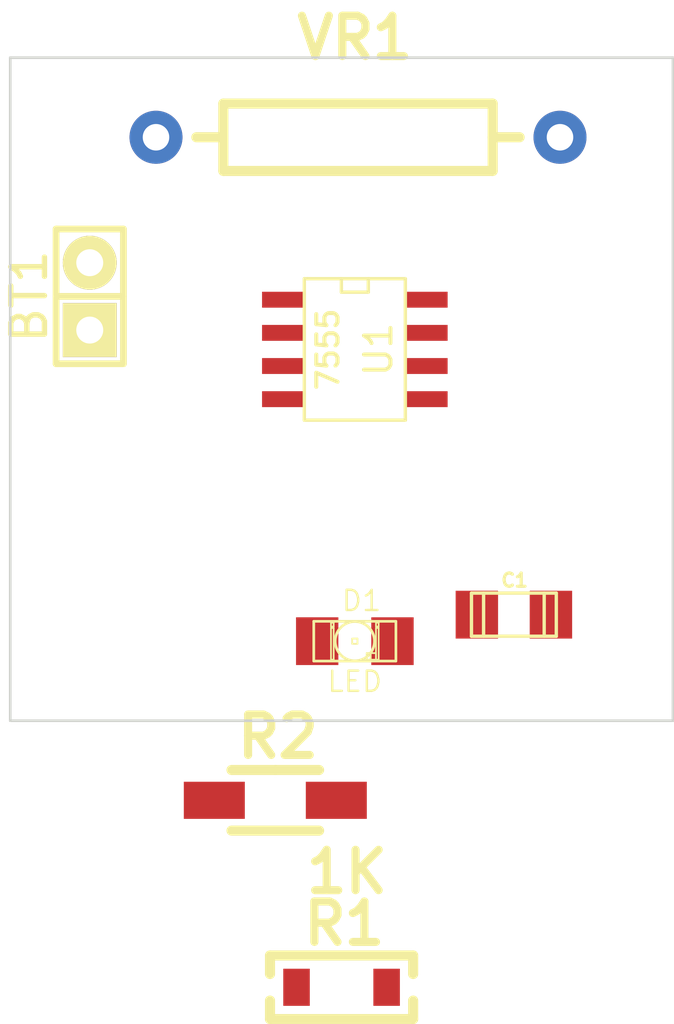
<source format=kicad_pcb>
(kicad_pcb (version 3) (host pcbnew "(2014-01-22 BZR 4631)-product")

  (general
    (links 13)
    (no_connects 13)
    (area 129.949999 84.949999 155.050001 110.050001)
    (thickness 1.6)
    (drawings 4)
    (tracks 0)
    (zones 0)
    (modules 7)
    (nets 8)
  )

  (page A4)
  (layers
    (15 F.Cu signal)
    (0 B.Cu signal hide)
    (16 B.Adhes user)
    (17 F.Adhes user)
    (18 B.Paste user)
    (19 F.Paste user)
    (20 B.SilkS user)
    (21 F.SilkS user)
    (22 B.Mask user)
    (23 F.Mask user)
    (24 Dwgs.User user)
    (25 Cmts.User user)
    (26 Eco1.User user)
    (27 Eco2.User user)
    (28 Edge.Cuts user)
  )

  (setup
    (last_trace_width 0.254)
    (trace_clearance 0.254)
    (zone_clearance 0.508)
    (zone_45_only no)
    (trace_min 0.254)
    (segment_width 0.2)
    (edge_width 0.1)
    (via_size 0.889)
    (via_drill 0.635)
    (via_min_size 0.889)
    (via_min_drill 0.508)
    (uvia_size 0.508)
    (uvia_drill 0.127)
    (uvias_allowed no)
    (uvia_min_size 0.508)
    (uvia_min_drill 0.127)
    (pcb_text_width 0.3)
    (pcb_text_size 1.5 1.5)
    (mod_edge_width 0.15)
    (mod_text_size 1 1)
    (mod_text_width 0.15)
    (pad_size 1.5 1.5)
    (pad_drill 0.6)
    (pad_to_mask_clearance 0)
    (aux_axis_origin 0 0)
    (visible_elements FFFFFF7F)
    (pcbplotparams
      (layerselection 3178497)
      (usegerberextensions true)
      (excludeedgelayer true)
      (linewidth 0.150000)
      (plotframeref false)
      (viasonmask false)
      (mode 1)
      (useauxorigin false)
      (hpglpennumber 1)
      (hpglpenspeed 20)
      (hpglpendiameter 15)
      (hpglpenoverlay 2)
      (psnegative false)
      (psa4output false)
      (plotreference true)
      (plotvalue true)
      (plotothertext true)
      (plotinvisibletext false)
      (padsonsilk false)
      (subtractmaskfromsilk false)
      (outputformat 1)
      (mirror false)
      (drillshape 1)
      (scaleselection 1)
      (outputdirectory ""))
  )

  (net 0 "")
  (net 1 GND)
  (net 2 "Net-(C1-Pad1)")
  (net 3 "Net-(D1-Pad1)")
  (net 4 "Net-(R1-Pad1)")
  (net 5 "Net-(R2-Pad1)")
  (net 6 "Net-(U1-Pad5)")
  (net 7 VCC)

  (net_class Default "This is the default net class."
    (clearance 0.254)
    (trace_width 0.254)
    (via_dia 0.889)
    (via_drill 0.635)
    (uvia_dia 0.508)
    (uvia_drill 0.127)
    (add_net "")
    (add_net GND)
    (add_net "Net-(C1-Pad1)")
    (add_net "Net-(D1-Pad1)")
    (add_net "Net-(R1-Pad1)")
    (add_net "Net-(R2-Pad1)")
    (add_net "Net-(U1-Pad5)")
    (add_net VCC)
  )

  (module Pin_Headers:Pin_Header_Straight_1x02 (layer F.Cu) (tedit 52E2D3C2) (tstamp 52E2D3D5)
    (at 133 94 90)
    (descr "1 pin")
    (tags "CONN DEV")
    (path /52E2CCD4)
    (fp_text reference BT1 (at 0 -2.286 90) (layer F.SilkS)
      (effects (font (size 1.27 1.27) (thickness 0.2032)))
    )
    (fp_text value CR2032 (at 0 0 90) (layer F.SilkS) hide
      (effects (font (size 1.27 1.27) (thickness 0.2032)))
    )
    (fp_line (start 0 -1.27) (end 0 1.27) (layer F.SilkS) (width 0.254))
    (fp_line (start -2.54 -1.27) (end -2.54 1.27) (layer F.SilkS) (width 0.254))
    (fp_line (start -2.54 1.27) (end 0 1.27) (layer F.SilkS) (width 0.254))
    (fp_line (start 0 1.27) (end 2.54 1.27) (layer F.SilkS) (width 0.254))
    (fp_line (start 2.54 1.27) (end 2.54 -1.27) (layer F.SilkS) (width 0.254))
    (fp_line (start 2.54 -1.27) (end -2.54 -1.27) (layer F.SilkS) (width 0.254))
    (pad 1 thru_hole rect (at -1.27 0 90) (size 2.032 2.032) (drill 1.016) (layers *.Cu *.Mask F.SilkS)
      (net 7 VCC))
    (pad 2 thru_hole oval (at 1.27 0 90) (size 2.032 2.032) (drill 1.016) (layers *.Cu *.Mask F.SilkS)
      (net 1 GND))
    (model Pin_Headers/Pin_Header_Straight_1x02.wrl
      (at (xyz 0 0 0))
      (scale (xyz 1 1 1))
      (rotate (xyz 0 0 0))
    )
  )

  (module Capacitors_SMD:c_1206 (layer F.Cu) (tedit 52E2D3C3) (tstamp 52E2D3E1)
    (at 149 106)
    (descr "SMT capacitor, 1206")
    (path /52E2C1CE)
    (fp_text reference C1 (at 0.0254 -1.2954) (layer F.SilkS)
      (effects (font (size 0.50038 0.50038) (thickness 0.11938)))
    )
    (fp_text value 1uF (at 0 1.27) (layer F.SilkS) hide
      (effects (font (size 0.50038 0.50038) (thickness 0.11938)))
    )
    (fp_line (start 1.143 0.8128) (end 1.143 -0.8128) (layer F.SilkS) (width 0.127))
    (fp_line (start -1.143 -0.8128) (end -1.143 0.8128) (layer F.SilkS) (width 0.127))
    (fp_line (start -1.6002 -0.8128) (end -1.6002 0.8128) (layer F.SilkS) (width 0.127))
    (fp_line (start -1.6002 0.8128) (end 1.6002 0.8128) (layer F.SilkS) (width 0.127))
    (fp_line (start 1.6002 0.8128) (end 1.6002 -0.8128) (layer F.SilkS) (width 0.127))
    (fp_line (start 1.6002 -0.8128) (end -1.6002 -0.8128) (layer F.SilkS) (width 0.127))
    (pad 1 smd rect (at 1.397 0) (size 1.6002 1.8034) (layers F.Cu F.Paste F.Mask)
      (net 2 "Net-(C1-Pad1)"))
    (pad 2 smd rect (at -1.397 0) (size 1.6002 1.8034) (layers F.Cu F.Paste F.Mask)
      (net 1 GND))
    (model smd/capacitors/c_1206.wrl
      (at (xyz 0 0 0))
      (scale (xyz 1 1 1))
      (rotate (xyz 0 0 0))
    )
  )

  (module LEDs:LED-1206 (layer F.Cu) (tedit 52E2D3C2) (tstamp 52E2D40B)
    (at 143 107)
    (descr "LED 1206 smd package")
    (tags "LED1206 SMD")
    (path /52E2C1F6)
    (attr smd)
    (fp_text reference D1 (at 0.254 -1.524) (layer F.SilkS)
      (effects (font (size 0.762 0.762) (thickness 0.0889)))
    )
    (fp_text value LED (at 0 1.524) (layer F.SilkS)
      (effects (font (size 0.762 0.762) (thickness 0.0889)))
    )
    (fp_line (start -0.09906 0.09906) (end 0.09906 0.09906) (layer F.SilkS) (width 0.06604))
    (fp_line (start 0.09906 0.09906) (end 0.09906 -0.09906) (layer F.SilkS) (width 0.06604))
    (fp_line (start -0.09906 -0.09906) (end 0.09906 -0.09906) (layer F.SilkS) (width 0.06604))
    (fp_line (start -0.09906 0.09906) (end -0.09906 -0.09906) (layer F.SilkS) (width 0.06604))
    (fp_line (start 0.44958 0.6985) (end 0.79756 0.6985) (layer F.SilkS) (width 0.06604))
    (fp_line (start 0.79756 0.6985) (end 0.79756 0.44958) (layer F.SilkS) (width 0.06604))
    (fp_line (start 0.44958 0.44958) (end 0.79756 0.44958) (layer F.SilkS) (width 0.06604))
    (fp_line (start 0.44958 0.6985) (end 0.44958 0.44958) (layer F.SilkS) (width 0.06604))
    (fp_line (start 0.79756 0.6985) (end 0.89916 0.6985) (layer F.SilkS) (width 0.06604))
    (fp_line (start 0.89916 0.6985) (end 0.89916 -0.49784) (layer F.SilkS) (width 0.06604))
    (fp_line (start 0.79756 -0.49784) (end 0.89916 -0.49784) (layer F.SilkS) (width 0.06604))
    (fp_line (start 0.79756 0.6985) (end 0.79756 -0.49784) (layer F.SilkS) (width 0.06604))
    (fp_line (start 0.79756 -0.54864) (end 0.89916 -0.54864) (layer F.SilkS) (width 0.06604))
    (fp_line (start 0.89916 -0.54864) (end 0.89916 -0.6985) (layer F.SilkS) (width 0.06604))
    (fp_line (start 0.79756 -0.6985) (end 0.89916 -0.6985) (layer F.SilkS) (width 0.06604))
    (fp_line (start 0.79756 -0.54864) (end 0.79756 -0.6985) (layer F.SilkS) (width 0.06604))
    (fp_line (start -0.89916 0.6985) (end -0.79756 0.6985) (layer F.SilkS) (width 0.06604))
    (fp_line (start -0.79756 0.6985) (end -0.79756 -0.49784) (layer F.SilkS) (width 0.06604))
    (fp_line (start -0.89916 -0.49784) (end -0.79756 -0.49784) (layer F.SilkS) (width 0.06604))
    (fp_line (start -0.89916 0.6985) (end -0.89916 -0.49784) (layer F.SilkS) (width 0.06604))
    (fp_line (start -0.89916 -0.54864) (end -0.79756 -0.54864) (layer F.SilkS) (width 0.06604))
    (fp_line (start -0.79756 -0.54864) (end -0.79756 -0.6985) (layer F.SilkS) (width 0.06604))
    (fp_line (start -0.89916 -0.6985) (end -0.79756 -0.6985) (layer F.SilkS) (width 0.06604))
    (fp_line (start -0.89916 -0.54864) (end -0.89916 -0.6985) (layer F.SilkS) (width 0.06604))
    (fp_line (start 0.44958 0.6985) (end 0.59944 0.6985) (layer F.SilkS) (width 0.06604))
    (fp_line (start 0.59944 0.6985) (end 0.59944 0.44958) (layer F.SilkS) (width 0.06604))
    (fp_line (start 0.44958 0.44958) (end 0.59944 0.44958) (layer F.SilkS) (width 0.06604))
    (fp_line (start 0.44958 0.6985) (end 0.44958 0.44958) (layer F.SilkS) (width 0.06604))
    (fp_line (start 1.5494 0.7493) (end -1.5494 0.7493) (layer F.SilkS) (width 0.1016))
    (fp_line (start -1.5494 0.7493) (end -1.5494 -0.7493) (layer F.SilkS) (width 0.1016))
    (fp_line (start -1.5494 -0.7493) (end 1.5494 -0.7493) (layer F.SilkS) (width 0.1016))
    (fp_line (start 1.5494 -0.7493) (end 1.5494 0.7493) (layer F.SilkS) (width 0.1016))
    (fp_arc (start 0 0) (end 0.54864 0.49784) (angle 95.4) (layer F.SilkS) (width 0.1016))
    (fp_arc (start 0 0) (end -0.54864 0.49784) (angle 84.5) (layer F.SilkS) (width 0.1016))
    (fp_arc (start 0 0) (end -0.54864 -0.49784) (angle 95.4) (layer F.SilkS) (width 0.1016))
    (fp_arc (start 0 0) (end 0.54864 -0.49784) (angle 84.5) (layer F.SilkS) (width 0.1016))
    (pad 1 smd rect (at -1.41986 0) (size 1.59766 1.80086) (layers F.Cu F.Paste F.Mask)
      (net 3 "Net-(D1-Pad1)"))
    (pad 2 smd rect (at 1.41986 0) (size 1.59766 1.80086) (layers F.Cu F.Paste F.Mask)
      (net 1 GND))
  )

  (module SOIC_Packages:SOIC-8_N (layer F.Cu) (tedit 52E2D3BE) (tstamp 52E2D5EF)
    (at 143 96 270)
    (descr "module CMS SOJ 8 pins etroit")
    (tags "CMS SOJ")
    (path /52E2CAB2)
    (attr smd)
    (fp_text reference U1 (at 0 -0.889 270) (layer F.SilkS)
      (effects (font (size 1 1) (thickness 0.15)))
    )
    (fp_text value 7555 (at 0 1.016 270) (layer F.SilkS)
      (effects (font (size 0.8 0.8) (thickness 0.15)))
    )
    (fp_line (start -2.667 1.778) (end -2.667 1.905) (layer F.SilkS) (width 0.127))
    (fp_line (start -2.667 1.905) (end 2.667 1.905) (layer F.SilkS) (width 0.127))
    (fp_line (start 2.667 -1.905) (end -2.667 -1.905) (layer F.SilkS) (width 0.127))
    (fp_line (start -2.667 -1.905) (end -2.667 1.778) (layer F.SilkS) (width 0.127))
    (fp_line (start -2.667 -0.508) (end -2.159 -0.508) (layer F.SilkS) (width 0.127))
    (fp_line (start -2.159 -0.508) (end -2.159 0.508) (layer F.SilkS) (width 0.127))
    (fp_line (start -2.159 0.508) (end -2.667 0.508) (layer F.SilkS) (width 0.127))
    (fp_line (start 2.667 -1.905) (end 2.667 1.905) (layer F.SilkS) (width 0.127))
    (pad 8 smd rect (at -1.875 -2.7 270) (size 0.6 1.6) (layers F.Cu F.Paste F.Mask)
      (net 7 VCC))
    (pad 1 smd rect (at -1.875 2.7 270) (size 0.6 1.6) (layers F.Cu F.Paste F.Mask)
      (net 1 GND))
    (pad 7 smd rect (at -0.625 -2.7 270) (size 0.6 1.6) (layers F.Cu F.Paste F.Mask)
      (net 4 "Net-(R1-Pad1)"))
    (pad 6 smd rect (at 0.625 -2.7 270) (size 0.6 1.6) (layers F.Cu F.Paste F.Mask)
      (net 2 "Net-(C1-Pad1)"))
    (pad 5 smd rect (at 1.875 -2.7 270) (size 0.6 1.6) (layers F.Cu F.Paste F.Mask)
      (net 6 "Net-(U1-Pad5)"))
    (pad 2 smd rect (at -0.625 2.7 270) (size 0.6 1.6) (layers F.Cu F.Paste F.Mask)
      (net 2 "Net-(C1-Pad1)"))
    (pad 3 smd rect (at 0.625 2.7 270) (size 0.6 1.6) (layers F.Cu F.Paste F.Mask)
      (net 5 "Net-(R2-Pad1)"))
    (pad 4 smd rect (at 1.875 2.7 270) (size 0.6 1.6) (layers F.Cu F.Paste F.Mask)
      (net 7 VCC))
    (model smd/cms_so8.wrl
      (at (xyz 0 0 0))
      (scale (xyz 0.5 0.32 0.5))
      (rotate (xyz 0 0 0))
    )
  )

  (module Resistors_ThroughHole:Resistor_Horizontal_RM15mm_22Apr2011 (layer F.Cu) (tedit 52E2D3BF) (tstamp 52E2D441)
    (at 143 88)
    (descr "Resistor, Axial, RM 15mm,")
    (tags "Resistor, Axial, RM 15mm,")
    (path /52E2C232)
    (fp_text reference VR1 (at 0 -3.74904) (layer F.SilkS)
      (effects (font (thickness 0.3048)))
    )
    (fp_text value LDR (at 0 4.0005) (layer F.SilkS) hide
      (effects (font (size 1.50114 1.50114) (thickness 0.20066)))
    )
    (fp_line (start -4.96062 0) (end -5.97662 0) (layer F.SilkS) (width 0.381))
    (fp_line (start 5.19938 0) (end 6.21538 0) (layer F.SilkS) (width 0.381))
    (fp_line (start -4.96062 -1.27) (end 5.19938 -1.27) (layer F.SilkS) (width 0.381))
    (fp_line (start 5.19938 -1.27) (end 5.19938 1.27) (layer F.SilkS) (width 0.381))
    (fp_line (start 5.19938 1.27) (end -4.96062 1.27) (layer F.SilkS) (width 0.381))
    (fp_line (start -4.96062 1.27) (end -4.96062 -1.27) (layer F.SilkS) (width 0.381))
    (pad 1 thru_hole circle (at -7.50062 0) (size 1.99898 1.99898) (drill 1.00076) (layers *.Cu)
      (net 7 VCC))
    (pad 2 thru_hole circle (at 7.73938 0) (size 1.99898 1.99898) (drill 1.00076) (layers *.Cu)
      (net 4 "Net-(R1-Pad1)"))
  )

  (module Resistors_SMD:Resistor_SMD1206_ReflowWave_RevA_Date21Jun2010 (layer F.Cu) (tedit 52E2DE73) (tstamp 52E2DE9E)
    (at 142.5 120.050001)
    (descr "Resistor, SMD, 1206, Reflow, Wave,")
    (tags "Resistor, SMD, 1206, Reflow, Wave,")
    (path /52E2CACE)
    (attr smd)
    (fp_text reference R1 (at 0.09906 -2.4003) (layer F.SilkS)
      (effects (font (thickness 0.3048)))
    )
    (fp_text value 470K (at 2.70002 2.70002) (layer F.SilkS) hide
      (effects (font (thickness 0.3048)))
    )
    (fp_circle (center 0 0) (end 0.50038 0) (layer F.Adhes) (width 0.381))
    (fp_circle (center 0 0) (end 0.14986 0.0508) (layer F.Adhes) (width 0.381))
    (fp_line (start -2.70002 0.50038) (end -2.70002 1.19888) (layer F.SilkS) (width 0.381))
    (fp_line (start -2.70002 1.19888) (end 2.70002 1.19888) (layer F.SilkS) (width 0.381))
    (fp_line (start 2.70002 1.19888) (end 2.70002 0.50038) (layer F.SilkS) (width 0.381))
    (fp_line (start 2.70002 -0.50038) (end 2.70002 -1.19888) (layer F.SilkS) (width 0.381))
    (fp_line (start 2.70002 -1.19888) (end -2.70002 -1.19888) (layer F.SilkS) (width 0.381))
    (fp_line (start -2.70002 -1.19888) (end -2.70002 -0.50038) (layer F.SilkS) (width 0.381))
    (pad 1 smd rect (at -1.69926 0) (size 1.00076 1.39954) (layers F.Cu F.Paste F.Mask)
      (net 4 "Net-(R1-Pad1)"))
    (pad 2 smd rect (at 1.69926 0) (size 1.00076 1.39954) (layers F.Cu F.Paste F.Mask)
      (net 2 "Net-(C1-Pad1)"))
  )

  (module Resistors_SMD:Resistor_SMD1206_HandSoldering_RevA_Date21Jun2010 (layer F.Cu) (tedit 52E2DE73) (tstamp 52E2DEA9)
    (at 140 113)
    (descr "Resistor, SMD, 1206, HandSoldering,")
    (tags "Resistor, SMD, 1206, Hand soldering,")
    (path /52E2CAD9)
    (attr smd)
    (fp_text reference R2 (at 0.09906 -2.4003) (layer F.SilkS)
      (effects (font (thickness 0.3048)))
    )
    (fp_text value 1K (at 2.70002 2.70002) (layer F.SilkS)
      (effects (font (thickness 0.3048)))
    )
    (fp_circle (center 0 0) (end 0.50038 0.09906) (layer F.Adhes) (width 0.381))
    (fp_circle (center 0 0) (end 0.14986 0.0508) (layer F.Adhes) (width 0.381))
    (fp_line (start 1.651 1.143) (end -1.651 1.143) (layer F.SilkS) (width 0.381))
    (fp_line (start 0 -1.143) (end -1.651 -1.143) (layer F.SilkS) (width 0.381))
    (fp_line (start 0 -1.143) (end 1.651 -1.143) (layer F.SilkS) (width 0.381))
    (pad 1 smd rect (at -2.30124 0) (size 2.30124 1.39954) (layers F.Cu F.Paste F.Mask)
      (net 5 "Net-(R2-Pad1)"))
    (pad 2 smd rect (at 2.30124 0) (size 2.30124 1.39954) (layers F.Cu F.Paste F.Mask)
      (net 3 "Net-(D1-Pad1)"))
  )

  (gr_line (start 130 85) (end 130 110) (angle 90) (layer Edge.Cuts) (width 0.1))
  (gr_line (start 155 85) (end 130 85) (angle 90) (layer Edge.Cuts) (width 0.1))
  (gr_line (start 155 110) (end 155 85) (angle 90) (layer Edge.Cuts) (width 0.1))
  (gr_line (start 130 110) (end 155 110) (angle 90) (layer Edge.Cuts) (width 0.1))

  (zone (net 1) (net_name GND) (layer B.Cu) (tstamp 52E2D871) (hatch edge 0.508)
    (connect_pads (clearance 0.508))
    (min_thickness 0.254)
    (fill (arc_segments 16) (thermal_gap 0.508) (thermal_bridge_width 0.508))
    (polygon
      (pts
        (xy 131 86) (xy 154 86) (xy 154 109) (xy 131 109)
      )
    )
  )
)

</source>
